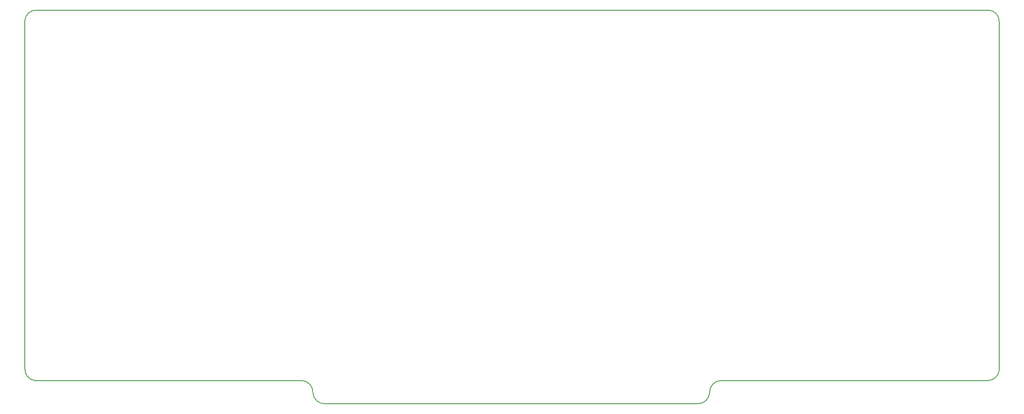
<source format=gm1>
%TF.GenerationSoftware,KiCad,Pcbnew,7.0.6*%
%TF.CreationDate,2023-12-03T11:50:16-05:00*%
%TF.ProjectId,cutiepie2040-dual-stagger-hotswap-pcb,63757469-6570-4696-9532-3034302d6475,rev?*%
%TF.SameCoordinates,PX2d6b3a0PY6f46b48*%
%TF.FileFunction,Profile,NP*%
%FSLAX46Y46*%
G04 Gerber Fmt 4.6, Leading zero omitted, Abs format (unit mm)*
G04 Created by KiCad (PCBNEW 7.0.6) date 2023-12-03 11:50:16*
%MOMM*%
%LPD*%
G01*
G04 APERTURE LIST*
%TA.AperFunction,Profile*%
%ADD10C,0.200000*%
%TD*%
G04 APERTURE END LIST*
D10*
X2399881Y80962807D02*
G75*
G03*
X-119Y78864849I-108901J-2297163D01*
G01*
X2399880Y80962794D02*
X197949880Y80962794D01*
X59143930Y2190568D02*
G75*
G03*
X56839666Y4762793I-2438250J133976D01*
G01*
X-74Y7187792D02*
G75*
G03*
X2099880Y4762795I2311754J-119848D01*
G01*
X61614666Y294D02*
X138099880Y294D01*
X197614665Y4762769D02*
G75*
G03*
X200024880Y6875928I105315J2310975D01*
G01*
X59143936Y2190568D02*
G75*
G03*
X61614666Y294I2330544J140276D01*
G01*
X142874879Y4762824D02*
G75*
G03*
X140570607Y2219782I119301J-2423580D01*
G01*
X142874880Y4762794D02*
X197614666Y4762794D01*
X-120Y7187794D02*
X-120Y78864849D01*
X2099880Y4762794D02*
X56839666Y4762794D01*
X200024889Y78577580D02*
G75*
G03*
X197949880Y80962794I-2279009J112564D01*
G01*
X200024880Y78577580D02*
X200024880Y6875928D01*
X138099876Y220D02*
G75*
G03*
X140570606Y2219782I125604J2345124D01*
G01*
M02*

</source>
